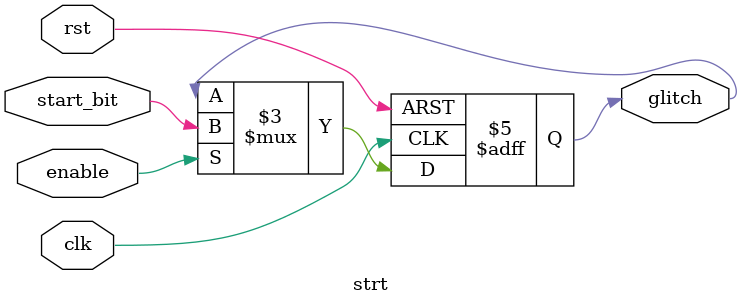
<source format=v>
module strt (
	input rst,clk,

	input enable,    

	input start_bit,

	output reg glitch 

	

);

always @(posedge clk or negedge rst) begin
	if(~rst)
		glitch<=0;

	else if(enable) begin

		glitch<=start_bit;

	end 

end



endmodule 
</source>
